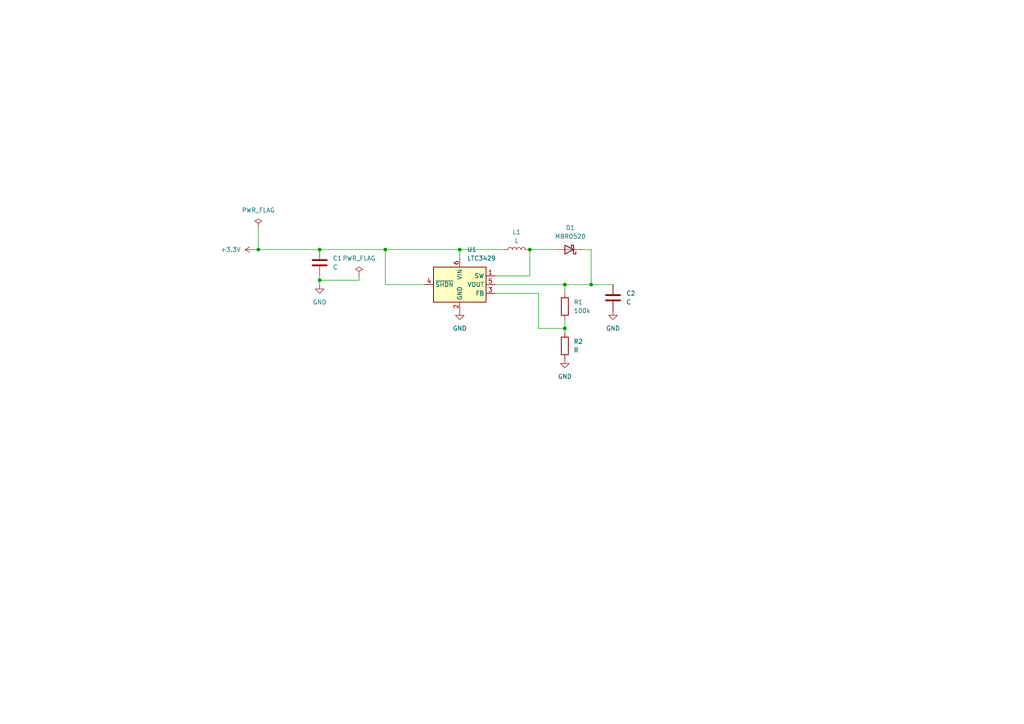
<source format=kicad_sch>
(kicad_sch (version 20250114) (generator "eeschema") (generator_version "9.0")
  (paper "A4")
  (lib_symbols
    (symbol "Device:C" (pin_numbers (hide yes)) (pin_names (offset 0.254))
      (property "Reference" "C" (at 0.635 2.54 0))
      (property "Value" "C" (at 0.635 -2.54 0))
      (symbol "C_0_1"
        (polyline (pts (xy -2.032 0.762) (xy 2.032 0.762)) (stroke (width 0.508)))
        (polyline (pts (xy -2.032 -0.762) (xy 2.032 -0.762)) (stroke (width 0.508)))
      )
      (symbol "C_1_1"
        (pin passive line (at 0 3.81 270) (length 2.794) (name "~") (number "1"))
        (pin passive line (at 0 -3.81 90) (length 2.794) (name "~") (number "2"))
      )
    )
    (symbol "Device:L" (pin_numbers (hide yes)) (pin_names (offset 1.016) (hide yes))
      (property "Reference" "L" (at -1.27 0 90))
      (property "Value" "L" (at 1.905 0 90))
      (symbol "L_0_1"
        (arc (start 0 2.54) (mid 0.6323 1.905) (end 0 1.27))
        (arc (start 0 1.27) (mid 0.6323 0.635) (end 0 0))
        (arc (start 0 0) (mid 0.6323 -0.635) (end 0 -1.27))
        (arc (start 0 -1.27) (mid 0.6323 -1.905) (end 0 -2.54))
      )
      (symbol "L_1_1"
        (pin passive line (at 0 3.81 270) (length 1.27) (name "1") (number "1"))
        (pin passive line (at 0 -3.81 90) (length 1.27) (name "2") (number "2"))
      )
    )
    (symbol "Device:R" (pin_numbers (hide yes)) (pin_names (offset 0))
      (property "Reference" "R" (at 2.032 0 90))
      (property "Value" "R" (at 0 0 90))
      (symbol "R_0_1"
        (rectangle (start -1.016 -2.54) (end 1.016 2.54) (stroke (width 0.254)))
      )
      (symbol "R_1_1"
        (pin passive line (at 0 3.81 270) (length 1.27) (name "~") (number "1"))
        (pin passive line (at 0 -3.81 90) (length 1.27) (name "~") (number "2"))
      )
    )
    (symbol "Diode:MBR0520" (pin_numbers (hide yes)) (pin_names (offset 1.016) (hide yes))
      (property "Reference" "D" (at 0 2.54 0))
      (property "Value" "MBR0520" (at 0 -2.54 0))
      (symbol "MBR0520_0_1"
        (polyline (pts (xy -1.905 0.635) (xy -1.905 1.27) (xy -1.27 1.27) (xy -1.27 -1.27) (xy -0.635 -1.27) (xy -0.635 -0.635)) (stroke (width 0.254)))
        (polyline (pts (xy 1.27 1.27) (xy 1.27 -1.27) (xy -1.27 0) (xy 1.27 1.27)) (stroke (width 0.254)))
        (polyline (pts (xy 1.27 0) (xy -1.27 0)))
      )
      (symbol "MBR0520_1_1"
        (pin passive line (at -3.81 0 0) (length 2.54) (name "K") (number "1"))
        (pin passive line (at 3.81 0 180) (length 2.54) (name "A") (number "2"))
      )
    )
    (symbol "Regulator_Switching:LTC3429"
      (property "Reference" "U" (at -6.35 6.35 0))
      (property "Value" "LTC3429" (at 5.08 6.35 0))
      (symbol "LTC3429_0_1"
        (rectangle (start -7.62 5.08) (end 7.62 -5.08) (stroke (width 0.254)) (fill (type background)))
      )
      (symbol "LTC3429_1_1"
        (pin input line (at -10.16 0 0) (length 2.54) (name "~{SHDN}") (number "4"))
        (pin power_in line (at 0 7.62 270) (length 2.54) (name "VIN") (number "6"))
        (pin power_in line (at 0 -7.62 90) (length 2.54) (name "GND") (number "2"))
        (pin input line (at 10.16 2.54 180) (length 2.54) (name "SW") (number "1"))
        (pin power_out line (at 10.16 0 180) (length 2.54) (name "VOUT") (number "5"))
        (pin input line (at 10.16 -2.54 180) (length 2.54) (name "FB") (number "3"))
      )
    )
    (symbol "power:+3.3V" (power) (pin_numbers (hide yes)) (pin_names (offset 0) (hide yes))
      (property "Value" "+3.3V" (at 0 3.556 0))
      (symbol "+3.3V_0_1"
        (polyline (pts (xy -0.762 1.27) (xy 0 2.54)))
        (polyline (pts (xy 0 2.54) (xy 0.762 1.27)))
        (polyline (pts (xy 0 0) (xy 0 2.54)))
      )
      (symbol "+3.3V_1_1"
        (pin power_in line (at 0 0 90) (length 0) (name "~") (number "1"))
      )
    )
    (symbol "power:GND" (power) (pin_numbers (hide yes)) (pin_names (offset 0) (hide yes))
      (property "Value" "GND" (at 0 -3.81 0))
      (symbol "GND_0_1"
        (polyline (pts (xy 0 0) (xy 0 -1.27) (xy 1.27 -1.27) (xy 0 -2.54) (xy -1.27 -1.27) (xy 0 -1.27)))
      )
      (symbol "GND_1_1"
        (pin power_in line (at 0 0 270) (length 0) (name "~") (number "1"))
      )
    )
    (symbol "power:PWR_FLAG" (power) (pin_numbers (hide yes)) (pin_names (offset 0) (hide yes))
      (property "Value" "PWR_FLAG" (at 0 3.81 0))
      (symbol "PWR_FLAG_0_0"
        (pin power_out line (at 0 0 90) (length 0) (name "~") (number "1"))
      )
      (symbol "PWR_FLAG_0_1"
        (polyline (pts (xy 0 0) (xy 0 1.27) (xy -1.016 1.905) (xy 0 2.54) (xy 1.016 1.905) (xy 0 1.27)))
      )
    )
  )
  (junction (at 163.83 95.25))
  (junction (at 92.71 81.28))
  (junction (at 171.45 82.55))
  (junction (at 74.93 72.39))
  (junction (at 163.83 82.55))
  (junction (at 111.76 72.39))
  (junction (at 153.67 72.39))
  (junction (at 92.71 72.39))
  (junction (at 133.35 72.39))
  (wire (pts (xy 143.51 85.09) (xy 156.21 85.09)))
  (wire (pts (xy 153.67 72.39) (xy 161.29 72.39)))
  (wire (pts (xy 133.35 72.39) (xy 133.35 74.93)))
  (wire (pts (xy 163.83 82.55) (xy 171.45 82.55)))
  (wire (pts (xy 111.76 72.39) (xy 133.35 72.39)))
  (wire (pts (xy 92.71 80.01) (xy 92.71 81.28)))
  (wire (pts (xy 104.14 81.28) (xy 92.71 81.28)))
  (wire (pts (xy 73.66 72.39) (xy 74.93 72.39)))
  (wire (pts (xy 163.83 92.71) (xy 163.83 95.25)))
  (wire (pts (xy 74.93 66.04) (xy 74.93 72.39)))
  (wire (pts (xy 111.76 72.39) (xy 111.76 82.55)))
  (wire (pts (xy 133.35 72.39) (xy 146.05 72.39)))
  (wire (pts (xy 163.83 95.25) (xy 163.83 96.52)))
  (wire (pts (xy 171.45 72.39) (xy 171.45 82.55)))
  (wire (pts (xy 171.45 82.55) (xy 177.8 82.55)))
  (wire (pts (xy 156.21 85.09) (xy 156.21 95.25)))
  (wire (pts (xy 156.21 95.25) (xy 163.83 95.25)))
  (wire (pts (xy 143.51 82.55) (xy 163.83 82.55)))
  (wire (pts (xy 163.83 82.55) (xy 163.83 85.09)))
  (wire (pts (xy 74.93 72.39) (xy 92.71 72.39)))
  (wire (pts (xy 111.76 82.55) (xy 123.19 82.55)))
  (wire (pts (xy 104.14 80.01) (xy 104.14 81.28)))
  (wire (pts (xy 92.71 81.28) (xy 92.71 82.55)))
  (wire (pts (xy 168.91 72.39) (xy 171.45 72.39)))
  (wire (pts (xy 153.67 72.39) (xy 153.67 80.01)))
  (wire (pts (xy 153.67 80.01) (xy 143.51 80.01)))
  (wire (pts (xy 92.71 72.39) (xy 111.76 72.39)))
  (symbol (lib_id "Regulator_Switching:LTC3429") (at 133.35 82.55 0) (unit 1)
    (property "Reference" "U1" (at 135.4933 72.39 0) (effects (justify left)))
    (property "Value" "LTC3429" (at 135.4933 74.93 0) (effects (justify left)))
    (property "Footprint" "Package_TO_SOT_SMD:TSOT-23-6" (effects (hide yes)))
    (property "Datasheet" "https://www.analog.com/media/en/technical-documentation/data-sheets/3429fa.pdf" (effects (hide yes)))
    (property "Description" "600mA, 500kHz Micropower Synchronous Boost Converter with Output Disconnect, TSOT-23-6" (effects (hide yes)))
  )
  (symbol (lib_id "Diode:MBR0520") (at 165.1 72.39 180) (unit 1)
    (property "Reference" "D1" (at 165.4175 66.04 0))
    (property "Value" "MBR0520" (at 165.4175 68.58 0))
    (property "Footprint" "Diode_SMD:D_SOD-123" (effects (hide yes)))
    (property "Datasheet" "http://www.mccsemi.com/up_pdf/MBR0520~MBR0580(SOD123).pdf" (effects (hide yes)))
    (property "Description" "20V 0.5A Schottky Power Rectifier Diode, SOD-123" (effects (hide yes)))
  )
  (symbol (lib_id "Device:C") (at 92.71 76.2 0) (unit 1)
    (property "Reference" "C1" (at 96.52 74.9299 0) (effects (justify left)))
    (property "Value" "C" (at 96.52 77.4699 0) (effects (justify left)))
    (property "Footprint" "Capacitor_THT:CP_Axial_L11.0mm_D6.0mm_P18.00mm_Horizontal" (effects (hide yes)))
    (property "Description" "Unpolarized capacitor" (effects (hide yes)))
  )
  (symbol (lib_id "Device:R") (at 163.83 88.9 0) (unit 1)
    (property "Reference" "R1" (at 166.37 87.6299 0) (effects (justify left)))
    (property "Value" "100k" (at 166.37 90.1699 0) (effects (justify left)))
    (property "Footprint" "Resistor_THT:R_Axial_DIN0309_L9.0mm_D3.2mm_P20.32mm_Horizontal" (effects (hide yes)))
    (property "Description" "Resistor" (effects (hide yes)))
  )
  (symbol (lib_id "power:+3.3V") (at 73.66 72.39 90) (unit 1)
    (property "Reference" "#PWR01" (effects (hide yes)))
    (property "Value" "+3.3V" (at 69.85 72.3899 90) (effects (justify left)))
    (property "Description" "Power symbol creates a global label with name \"+3.3V\"" (effects (hide yes)))
  )
  (symbol (lib_id "Device:L") (at 149.86 72.39 90) (unit 1)
    (property "Reference" "L1" (at 149.86 67.31 90))
    (property "Value" "L" (at 149.86 69.85 90))
    (property "Footprint" "Inductor_THT:L_Axial_L5.3mm_D2.2mm_P7.62mm_Horizontal_Vishay_IM-1" (effects (hide yes)))
    (property "Description" "Inductor" (effects (hide yes)))
  )
  (symbol (lib_id "Device:C") (at 177.8 86.36 0) (unit 1)
    (property "Reference" "C2" (at 181.61 85.0899 0) (effects (justify left)))
    (property "Value" "C" (at 181.61 87.6299 0) (effects (justify left)))
    (property "Footprint" "Capacitor_THT:CP_Axial_L11.0mm_D6.0mm_P18.00mm_Horizontal" (effects (hide yes)))
    (property "Description" "Unpolarized capacitor" (effects (hide yes)))
  )
  (symbol (lib_id "power:PWR_FLAG") (at 74.93 66.04 0) (unit 1)
    (property "Reference" "#FLG01" (effects (hide yes)))
    (property "Value" "PWR_FLAG" (at 74.93 60.96 0))
    (property "Description" "Special symbol for telling ERC where power comes from" (effects (hide yes)))
  )
  (symbol (lib_id "power:GND") (at 133.35 90.17 0) (unit 1)
    (property "Reference" "#PWR03" (effects (hide yes)))
    (property "Value" "GND" (at 133.35 95.25 0))
    (property "Description" "Power symbol creates a global label with name \"GND\" , ground" (effects (hide yes)))
  )
  (symbol (lib_id "Device:R") (at 163.83 100.33 0) (unit 1)
    (property "Reference" "R2" (at 166.37 99.0599 0) (effects (justify left)))
    (property "Value" "R" (at 166.37 101.5999 0) (effects (justify left)))
    (property "Footprint" "Resistor_THT:R_Axial_DIN0309_L9.0mm_D3.2mm_P20.32mm_Horizontal" (effects (hide yes)))
    (property "Description" "Resistor" (effects (hide yes)))
  )
  (symbol (lib_id "power:GND") (at 92.71 82.55 0) (unit 1)
    (property "Reference" "#PWR02" (effects (hide yes)))
    (property "Value" "GND" (at 92.71 87.63 0))
    (property "Description" "Power symbol creates a global label with name \"GND\" , ground" (effects (hide yes)))
  )
  (symbol (lib_id "power:GND") (at 177.8 90.17 0) (unit 1)
    (property "Reference" "#PWR05" (effects (hide yes)))
    (property "Value" "GND" (at 177.8 95.25 0))
    (property "Description" "Power symbol creates a global label with name \"GND\" , ground" (effects (hide yes)))
  )
  (symbol (lib_id "power:PWR_FLAG") (at 104.14 80.01 0) (unit 1)
    (property "Reference" "#FLG02" (effects (hide yes)))
    (property "Value" "PWR_FLAG" (at 104.14 74.93 0))
    (property "Description" "Special symbol for telling ERC where power comes from" (effects (hide yes)))
  )
  (symbol (lib_id "power:GND") (at 163.83 104.14 0) (unit 1)
    (property "Reference" "#PWR04" (effects (hide yes)))
    (property "Value" "GND" (at 163.83 109.22 0))
    (property "Description" "Power symbol creates a global label with name \"GND\" , ground" (effects (hide yes)))
  )
)
</source>
